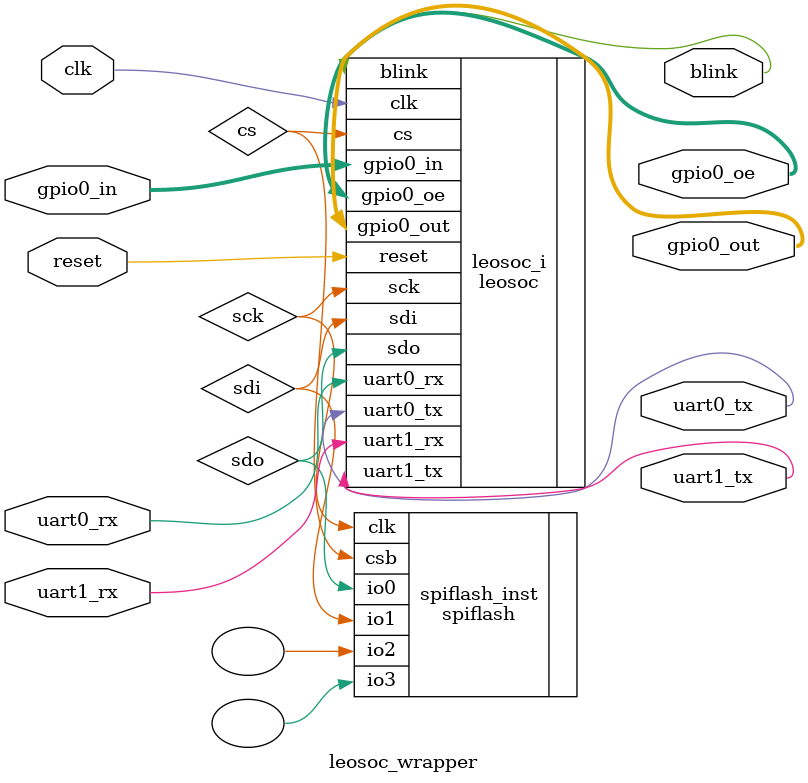
<source format=sv>
`default_nettype none
`timescale 1ns / 1ps

module leosoc_wrapper (
`ifdef USE_POWER_PINS
    inout vdd,
    inout vss,
`endif
    input clk,
    input reset,

    input  logic uart0_rx,
    output logic uart0_tx,
    
    input  logic uart1_rx,
    output logic uart1_tx,
    
    input  logic [31: 0] gpio0_in,
    output logic [31: 0] gpio0_out,
    output logic [31: 0] gpio0_oe,

    output logic blink
);

    initial begin
        $dumpfile("dump.fst");
        $dumpvars(0, leosoc_wrapper);
    end

    leosoc leosoc_i (
    `ifdef USE_POWER_PINS
        .vdd,
        .vss,
    `endif
        .clk,
        .reset,

        .uart0_rx,
        .uart0_tx,
        
        .uart1_rx,
        .uart1_tx,
        
        .gpio0_in,
        .gpio0_out,
        .gpio0_oe,

        .blink,
        
        // SPI signals
        .sck,
        .sdo,
        .sdi,
        .cs
    );
    
    // SPI signals
    wire sck;
    wire sdo;
    wire sdi;
    wire cs;

    spiflash #(
        .INIT_F("../firmware/firmware.hex"),
        .OFFSET(24'h200000)
    ) spiflash_inst (
        .csb    (cs),
        .clk    (sck),
        .io0    (sdo), // MOSI
        .io1    (sdi), // MISO
        .io2    (),
        .io3    ()
    );

endmodule

</source>
